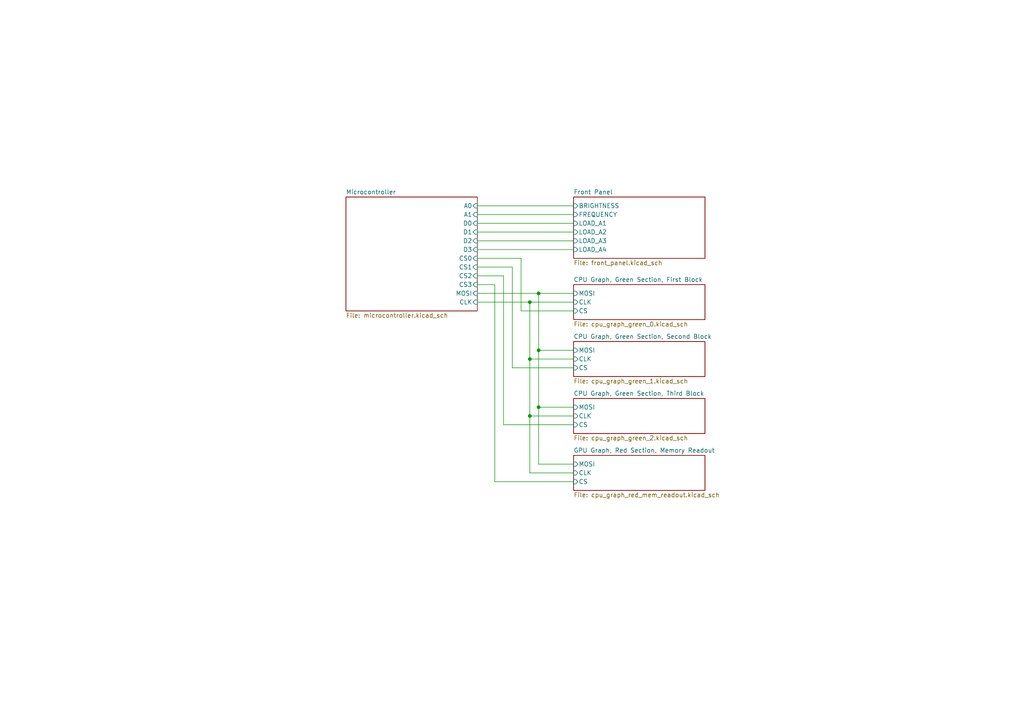
<source format=kicad_sch>
(kicad_sch (version 20211123) (generator eeschema)
  (paper "A4")
  (lib_symbols)
  (junction (at 156.21 118.11))
  (junction (at 156.21 101.6))
  (junction (at 156.21 85.09))
  (junction (at 153.67 104.14))
  (junction (at 153.67 87.63))
  (junction (at 153.67 120.65))
  (wire (pts (xy 148.59 77.47) (xy 138.43 77.47)))
  (wire (pts (xy 153.67 87.63) (xy 166.37 87.63)))
  (wire (pts (xy 138.43 87.63) (xy 153.67 87.63)))
  (wire (pts (xy 138.43 72.39) (xy 166.37 72.39)))
  (wire (pts (xy 148.59 106.68) (xy 148.59 77.47)))
  (wire (pts (xy 156.21 134.62) (xy 156.21 118.11)))
  (wire (pts (xy 153.67 137.16) (xy 166.37 137.16)))
  (wire (pts (xy 148.59 106.68) (xy 166.37 106.68)))
  (wire (pts (xy 153.67 87.63) (xy 153.67 104.14)))
  (wire (pts (xy 143.51 139.7) (xy 166.37 139.7)))
  (wire (pts (xy 138.43 85.09) (xy 156.21 85.09)))
  (wire (pts (xy 153.67 104.14) (xy 166.37 104.14)))
  (wire (pts (xy 153.67 104.14) (xy 153.67 120.65)))
  (wire (pts (xy 146.05 123.19) (xy 146.05 80.01)))
  (wire (pts (xy 156.21 101.6) (xy 156.21 118.11)))
  (wire (pts (xy 138.43 62.23) (xy 166.37 62.23)))
  (wire (pts (xy 156.21 101.6) (xy 166.37 101.6)))
  (wire (pts (xy 156.21 134.62) (xy 166.37 134.62)))
  (wire (pts (xy 143.51 82.55) (xy 138.43 82.55)))
  (wire (pts (xy 146.05 80.01) (xy 138.43 80.01)))
  (wire (pts (xy 151.13 90.17) (xy 151.13 74.93)))
  (wire (pts (xy 143.51 139.7) (xy 143.51 82.55)))
  (wire (pts (xy 151.13 90.17) (xy 166.37 90.17)))
  (wire (pts (xy 146.05 123.19) (xy 166.37 123.19)))
  (wire (pts (xy 156.21 101.6) (xy 156.21 85.09)))
  (wire (pts (xy 138.43 64.77) (xy 166.37 64.77)))
  (wire (pts (xy 151.13 74.93) (xy 138.43 74.93)))
  (wire (pts (xy 156.21 118.11) (xy 166.37 118.11)))
  (wire (pts (xy 153.67 120.65) (xy 166.37 120.65)))
  (wire (pts (xy 138.43 69.85) (xy 166.37 69.85)))
  (wire (pts (xy 153.67 120.65) (xy 153.67 137.16)))
  (wire (pts (xy 156.21 85.09) (xy 166.37 85.09)))
  (wire (pts (xy 138.43 59.69) (xy 166.37 59.69)))
  (wire (pts (xy 138.43 67.31) (xy 166.37 67.31)))
  (sheet (at 166.37 132.08) (size 38.1 10.16) (stroke (width 0.1524))
    (property "Sheet name" "GPU Graph, Red Section, Memory Readout" (at 166.37 131.3684 0) (effects (justify left bottom)))
    (property "Sheet file" "cpu_graph_red_mem_readout.kicad_sch" (at 166.37 142.8246 0) (effects (justify left top)))
    (pin "CS" input (at 166.37 139.7 180))
    (pin "CLK" input (at 166.37 137.16 180))
    (pin "MOSI" input (at 166.37 134.62 180))
  )
  (sheet (at 166.37 115.57) (size 38.1 10.16) (stroke (width 0.1524))
    (property "Sheet name" "CPU Graph, Green Section, Third Block" (at 166.37 114.8584 0) (effects (justify left bottom)))
    (property "Sheet file" "cpu_graph_green_2.kicad_sch" (at 166.37 126.3146 0) (effects (justify left top)))
    (pin "CS" input (at 166.37 123.19 180))
    (pin "CLK" input (at 166.37 120.65 180))
    (pin "MOSI" input (at 166.37 118.11 180))
  )
  (sheet (at 166.37 57.15) (size 38.1 17.78) (stroke (width 0.1524))
    (property "Sheet name" "Front Panel" (at 166.37 56.4384 0) (effects (justify left bottom)))
    (property "Sheet file" "front_panel.kicad_sch" (at 166.37 75.5146 0) (effects (justify left top)))
    (pin "BRIGHTNESS" input (at 166.37 59.69 180))
    (pin "FREQUENCY" input (at 166.37 62.23 180))
    (pin "LOAD_A3" input (at 166.37 69.85 180))
    (pin "LOAD_A2" input (at 166.37 67.31 180))
    (pin "LOAD_A4" input (at 166.37 72.39 180))
    (pin "LOAD_A1" input (at 166.37 64.77 180))
  )
  (sheet (at 166.37 82.55) (size 38.1 10.16) (stroke (width 0.1524))
    (property "Sheet name" "CPU Graph, Green Section, First Block" (at 166.37 81.8384 0) (effects (justify left bottom)))
    (property "Sheet file" "cpu_graph_green_0.kicad_sch" (at 166.37 93.2946 0) (effects (justify left top)))
    (pin "CLK" input (at 166.37 87.63 180))
    (pin "CS" input (at 166.37 90.17 180))
    (pin "MOSI" input (at 166.37 85.09 180))
  )
  (sheet (at 100.33 57.15) (size 38.1 33.02) (stroke (width 0.1524))
    (property "Sheet name" "Microcontroller" (at 100.33 56.4384 0) (effects (justify left bottom)))
    (property "Sheet file" "microcontroller.kicad_sch" (at 100.33 90.7546 0) (effects (justify left top)))
    (pin "CLK" input (at 138.43 87.63 0))
    (pin "MOSI" input (at 138.43 85.09 0))
    (pin "A0" input (at 138.43 59.69 0))
    (pin "A1" input (at 138.43 62.23 0))
    (pin "CS2" input (at 138.43 80.01 0))
    (pin "CS3" input (at 138.43 82.55 0))
    (pin "D2" input (at 138.43 69.85 0))
    (pin "D3" input (at 138.43 72.39 0))
    (pin "CS0" input (at 138.43 74.93 0))
    (pin "CS1" input (at 138.43 77.47 0))
    (pin "D0" input (at 138.43 64.77 0))
    (pin "D1" input (at 138.43 67.31 0))
  )
  (sheet (at 166.37 99.06) (size 38.1 10.16) (stroke (width 0.1524))
    (property "Sheet name" "CPU Graph, Green Section, Second Block" (at 166.37 98.3484 0) (effects (justify left bottom)))
    (property "Sheet file" "cpu_graph_green_1.kicad_sch" (at 166.37 109.8046 0) (effects (justify left top)))
    (pin "CS" input (at 166.37 106.68 180))
    (pin "CLK" input (at 166.37 104.14 180))
    (pin "MOSI" input (at 166.37 101.6 180))
  )
)
</source>
